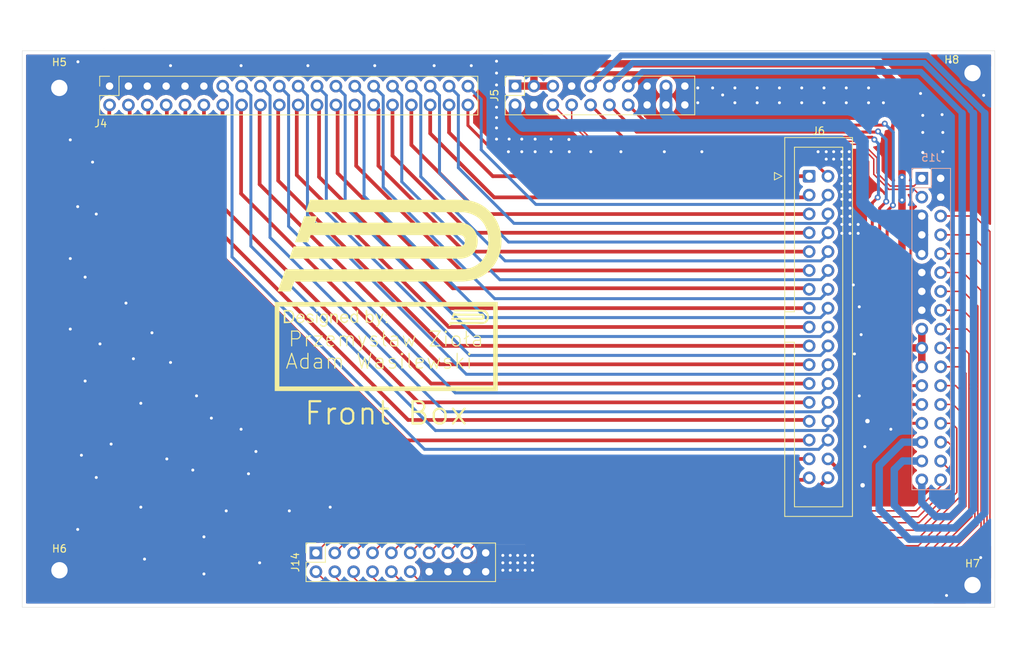
<source format=kicad_pcb>
(kicad_pcb (version 20211014) (generator pcbnew)
  (layers (0 "F.Cu" signal) (1 "In1.Cu" power) (2 "In2.Cu" power) (31 "B.Cu" signal) (34 "B.Paste" user) (35 "F.Paste" user) (36 "B.SilkS" user "B.Silkscreen") (37 "F.SilkS" user "F.Silkscreen") (38 "B.Mask" user) (39 "F.Mask" user) (44 "Edge.Cuts" user))
  (net 0 "")
  (net 1 "GND")
  (net 2 "+5V")
  (net 3 "/RST5")
  (net 4 "/CLK5")
  (net 5 "/SWD5")
  (net 6 "/RST4")
  (net 7 "/CLK4")
  (net 8 "/SWD4")
  (net 9 "/RST3")
  (net 10 "/CLK3")
  (net 11 "/SWD3")
  (net 12 "/RST2")
  (net 13 "/CLK2")
  (net 14 "/SWD2")
  (net 15 "/RST1")
  (net 16 "/CLK1")
  (net 17 "/SWD1")
  (net 18 "/SIG_APPS2")
  (net 19 "/SIG_APPS1")
  (net 20 "/KILL_LEWY")
  (net 21 "/KILL_PRAWY")
  (net 22 "/KILL_KIERA")
  (net 23 "/TEMP1")
  (net 24 "/WHEELSPEED2")
  (net 25 "/WHEELSPEED1")
  (net 26 "/POT_ZAWIAS2")
  (net 27 "/POT_ZAWIAS_1")
  (net 28 "/BRAKE_PRESSURE2")
  (net 29 "/BRAKE_PRESSURE1")
  (net 30 "/SAFE-OUT")
  (net 31 "/SAFE-IN")
  (net 32 "/BSPD-CURRENT")
  (net 33 "/+24F2")
  (net 34 "/WOLNY")
  (net 35 "/S36")
  (net 36 "/S27")
  (net 37 "/S25")
  (net 38 "/S23")
  (net 39 "/S21")
  (net 40 "/S19")
  (net 41 "/Z14")
  (net 42 "/Z13")
  (net 43 "/Z12")
  (net 44 "/Z11")
  (net 45 "/Z10")
  (net 46 "/Z9")
  (net 47 "/CAN-")
  (net 48 "/CAN+")
  (net 49 "/S15")
  (net 50 "/S17")
  (net 51 "/TIM_IN1")
  (net 52 "/TIM_IN0")
  (net 53 "/K_OUTPUT2")
  (net 54 "/OVERTRAVEL")
  (net 55 "/K_OUTPUT1")
  (net 56 "/INERTIA")
  (net 57 "/K_OUTPUT0")
  (net 58 "/K_ANALOG0")
  (net 59 "/PITOT2")
  (net 60 "/PITOT1")
  (footprint "User_footprints:PUTM_LOGO_35mm" (layer "F.Cu") (at 133.541747 87.419129)
    (fp_text reference "G***" hide)
    (fp_text value "LOGO" hide)
  )
  (footprint "Connector_PinSocket_2.54mm:PinSocket_2x10_P2.54mm_Vertical" (layer "F.Cu") (at 151.36 66.25 90)
    (fp_text reference "J5")
    (fp_text value "Zasilanie+CAN")
  )
  (footprint "Connector_PinSocket_2.54mm:PinSocket_2x10_P2.54mm_Vertical" (layer "F.Cu") (at 124.54 129.16 90)
    (fp_text reference "J14")
    (fp_text value "Diagnostyka")
  )
  (footprint "MountingHole:MountingHole_2.2mm_M2_DIN965_Pad" (layer "F.Cu") (at 90 66.5)
    (fp_text reference "H5")
    (fp_text value "MountingHole_Pad")
  )
  (footprint "MountingHole:MountingHole_2.2mm_M2_DIN965_Pad" (layer "F.Cu") (at 212.96 133.5)
    (fp_text reference "H7")
    (fp_text value "MountingHole_Pad")
  )
  (footprint "Connector_IDC:IDC-Header_2x17_P2.54mm_Vertical" (layer "F.Cu") (at 190.96 78.4)
    (fp_text reference "J6")
    (fp_text value "Taśma IDC dolna")
  )
  (footprint "User_footprints:SignatureBox30mm" (layer "F.Cu") (at 133.985 101.35)
    (fp_text reference "G***" hide)
    (fp_text value "LOGO" hide)
  )
  (footprint "MountingHole:MountingHole_2.2mm_M2_DIN965_Pad" (layer "F.Cu") (at 90 131.503)
    (fp_text reference "H6")
    (fp_text value "MountingHole_Pad")
  )
  (footprint "MountingHole:MountingHole_2.2mm_M2_DIN965_Pad" (layer "F.Cu") (at 212.96 64.5)
    (fp_text reference "H8")
    (fp_text value "MountingHole_Pad")
  )
  (footprint "Connector_PinSocket_2.54mm:PinSocket_2x20_P2.54mm_Vertical" (layer "F.Cu") (at 96.75 66.26 90)
    (fp_text reference "J4")
    (fp_text value "Sygnały")
  )
  (footprint "Connector_PinSocket_2.54mm:PinSocket_2x17_P2.54mm_Vertical" (layer "B.Cu") (at 206.13 78.68 180)
    (fp_text reference "J15")
    (fp_text value "sockety płytka pozioma")
  )
  (gr_line (start 215.96 136.5) (end 95.96 136.5) (layer "Edge.Cuts") (width 0.05))
  (gr_line (start 85 136.5) (end 85 61.5) (layer "Edge.Cuts") (width 0.05))
  (gr_line (start 85 136.5) (end 95.96 136.5) (layer "Edge.Cuts") (width 0.05))
  (gr_line (start 85 61.5) (end 95.96 61.5) (layer "Edge.Cuts") (width 0.05))
  (gr_line (start 215.96 61.5) (end 215.96 136.5) (layer "Edge.Cuts") (width 0.05))
  (gr_line (start 95.96 61.5) (end 215.96 61.5) (layer "Edge.Cuts") (width 0.05))
  (segment (start 169.14 66.25) (end 169.14 68.79) (width 1) (layer "F.Cu") (net 1))
  (segment (start 175.93452 70.82548) (end 179.31 67.45) (width 1) (layer "F.Cu") (net 1))
  (segment (start 169.14 68.79) (end 169.14 70.055) (width 1) (layer "F.Cu") (net 1))
  (segment (start 169.14 70.055) (end 169.91048 70.82548) (width 1) (layer "F.Cu") (net 1))
  (segment (start 169.91048 70.82548) (end 175.93452 70.82548) (width 1) (layer "F.Cu") (net 1))
  (segment (start 169.14 68.79) (end 169.14 69.03) (width 0.25) (layer "F.Cu") (net 1))
  (via (at 95.46 101) (size 0.8) (drill 0.4) (layers "F.Cu" "B.Cu") (net 1))
  (via (at 195.36 82.7) (size 0.8) (drill 0.4) (layers "F.Cu" "B.Cu") (net 1))
  (via (at 92.46 126) (size 0.8) (drill 0.4) (layers "F.Cu" "B.Cu") (net 1))
  (via (at 209.46 134.9) (size 0.8) (drill 0.4) (layers "F.Cu" "B.Cu") (net 1))
  (via (at 195.36 84.9) (size 0.8) (drill 0.4) (layers "F.Cu" "B.Cu") (net 1))
  (via (at 197.71 96) (size 0.8) (drill 0.4) (layers "F.Cu" "B.Cu") (net 1))
  (via (at 195.96 68.5) (size 0.8) (drill 0.4) (layers "F.Cu" "B.Cu") (net 1))
  (via (at 154.06 75.1) (size 0.8) (drill 0.4) (layers "F.Cu" "B.Cu") (net 1))
  (via (at 183.96 68.5) (size 0.8) (drill 0.4) (layers "F.Cu" "B.Cu") (net 1))
  (via (at 196.46 84.9) (size 0.8) (drill 0.4) (layers "F.Cu" "B.Cu") (net 1))
  (via (at 153.71 130.5) (size 0.8) (drill 0.4) (layers "F.Cu" "B.Cu") (net 1))
  (via (at 116.46 115.5) (size 0.8) (drill 0.4) (layers "F.Cu" "B.Cu") (net 1))
  (via (at 195.36 77.2) (size 0.8) (drill 0.4) (layers "F.Cu" "B.Cu") (net 1))
  (via (at 192.96 66.5) (size 0.8) (drill 0.4) (layers "F.Cu" "B.Cu") (net 1))
  (via (at 192.96 68.5) (size 0.8) (drill 0.4) (layers "F.Cu" "B.Cu") (net 1))
  (via (at 150.56 73.4) (size 0.8) (drill 0.4) (layers "F.Cu" "B.Cu") (net 1))
  (via (at 94.96 83.5) (size 0.8) (drill 0.4) (layers "F.Cu" "B.Cu") (net 1))
  (via (at 153.71 129.5) (size 0.8) (drill 0.4) (layers "F.Cu" "B.Cu") (net 1))
  (via (at 193.26 76.1) (size 0.8) (drill 0.4) (layers "F.Cu" "B.Cu") (net 1))
  (via (at 165.61 75.1) (size 0.8) (drill 0.4) (layers "F.Cu" "B.Cu") (net 1))
  (via (at 156.21 75.1) (size 0.8) (drill 0.4) (layers "F.Cu" "B.Cu") (net 1))
  (via (at 196.36 77.2) (size 0.8) (drill 0.4) (layers "F.Cu" "B.Cu") (net 1))
  (via (at 189.96 66.5) (size 0.8) (drill 0.4) (layers "F.Cu" "B.Cu") (net 1))
  (via (at 201.96 112.5) (size 0.8) (drill 0.4) (layers "F.Cu" "B.Cu") (net 1))
  (via (at 148.86 71.9) (size 0.8) (drill 0.4) (layers "F.Cu" "B.Cu") (net 1))
  (via (at 152.71 129.5) (size 0.8) (drill 0.4) (layers "F.Cu" "B.Cu") (net 1))
  (via (at 180.96 66.5) (size 0.8) (drill 0.4) (layers "F.Cu" "B.Cu") (net 1))
  (via (at 153.71 131.5) (size 0.8) (drill 0.4) (layers "F.Cu" "B.Cu") (net 1))
  (via (at 200.96 68.5) (size 0.8) (drill 0.4) (layers "F.Cu" "B.Cu") (net 1))
  (via (at 102.46 99.5) (size 0.8) (drill 0.4) (layers "F.Cu" "B.Cu") (net 1))
  (via (at 148.86 64.5) (size 0.8) (drill 0.4) (layers "F.Cu" "B.Cu") (net 1))
  (via (at 108.46 108) (size 0.8) (drill 0.4) (layers "F.Cu" "B.Cu") (net 1))
  (via (at 110.46 111) (size 0.8) (drill 0.4) (layers "F.Cu" "B.Cu") (net 1))
  (via (at 198.46 114.85) (size 0.8) (drill 0.4) (layers "F.Cu" "B.Cu") (net 1))
  (via (at 150.71 130.5) (size 0.8) (drill 0.4) (layers "F.Cu" "B.Cu") (net 1))
  (via (at 197.56 86.1) (size 0.8) (drill 0.4) (layers "F.Cu" "B.Cu") (net 1))
  (via (at 180.96 68.5) (size 0.8) (drill 0.4) (layers "F.Cu" "B.Cu") (net 1))
  (via (at 192.16 75.1) (size 0.8) (drill 0.4) (layers "F.Cu" "B.Cu") (net 1))
  (via (at 91.46 89.5) (size 0.8) (drill 0.4) (layers "F.Cu" "B.Cu") (net 1))
  (via (at 196.46 78.3) (size 0.8) (drill 0.4) (layers "F.Cu" "B.Cu") (net 1))
  (via (at 176.51 75.1) (size 0.8) (drill 0.4) (layers "F.Cu" "B.Cu") (net 1))
  (via (at 156.21 73.4) (size 0.8) (drill 0.4) (layers "F.Cu" "B.Cu") (net 1))
  (via (at 196.36 75.1) (size 0.8) (drill 0.4) (layers "F.Cu" "B.Cu") (net 1))
  (via (at 114.46 112.5) (size 0.8) (drill 0.4) (layers "F.Cu" "B.Cu") (net 1))
  (via (at 101.46 130) (size 0.8) (drill 0.4) (layers "F.Cu" "B.Cu") (net 1))
  (via (at 151.71 131.5) (size 0.8) (drill 0.4) (layers "F.Cu" "B.Cu") (net 1))
  (via (at 148.86 70.5) (size 0.8) (drill 0.4) (layers "F.Cu" "B.Cu") (net 1))
  (via (at 196.46 81.6) (size 0.8) (drill 0.4) (layers "F.Cu" "B.Cu") (net 1))
  (via (at 206.26 75.2) (size 0.8) (drill 0.4) (layers "F.Cu" "B.Cu") (net 1))
  (via (at 179.31 67.45) (size 0.8) (drill 0.4) (layers "F.Cu" "B.Cu") (net 1))
  (via (at 186.96 68.5) (size 0.8) (drill 0.4) (layers "F.Cu" "B.Cu") (net 1))
  (via (at 197.71 108) (size 0.8) (drill 0.4) (layers "F.Cu" "B.Cu") (net 1))
  (via (at 93.46 106) (size 0.8) (drill 0.4) (layers "F.Cu" "B.Cu") (net 1))
  (via (at 193.26 75.1) (size 0.8) (drill 0.4) (layers "F.Cu" "B.Cu") (net 1))
  (via (at 194.26 76.1) (size 0.8) (drill 0.4) (layers "F.Cu" "B.Cu") (net 1))
  (via (at 197.06 102.35) (size 0.8) (drill 0.4) (layers "F.Cu" "B.Cu") (net 1))
  (via (at 152.71 130.5) (size 0.8) (drill 0.4) (layers "F.Cu" "B.Cu") (net 1))
  (via (at 195.36 76.1) (size 0.8) (drill 0.4) (layers "F.Cu" "B.Cu") (net 1))
  (via (at 198.96 66.5) (size 0.8) (drill 0.4) (layers "F.Cu" "B.Cu") (net 1))
  (via (at 150.71 129.5) (size 0.8) (drill 0.4) (layers "F.Cu" "B.Cu") (net 1))
  (via (at 195.96 66.5) (size 0.8) (drill 0.4) (layers "F.Cu" "B.Cu") (net 1))
  (via (at 197.96 99.75) (size 0.8) (drill 0.4) (layers "F.Cu" "B.Cu") (net 1))
  (via (at 208.86 70.1) (size 0.8) (drill 0.4) (layers "F.Cu" "B.Cu") (net 1))
  (via (at 92.96 116) (size 0.8) (drill 0.4) (layers "F.Cu" "B.Cu") (net 1))
  (via (at 198.96 68.5) (size 0.8) (drill 0.4) (layers "F.Cu" "B.Cu") (net 1))
  (via (at 120.96 123.5) (size 0.8) (drill 0.4) (layers "F.Cu" "B.Cu") (net 1))
  (via (at 194.26 75.1) (size 0.8) (drill 0.4) (layers "F.Cu" "B.Cu") (net 1))
  (via (at 195.36 86.1) (size 0.8) (drill 0.4) (layers "F.Cu" "B.Cu") (net 1))
  (via (at 205.96 67.25) (size 0.8) (drill 0.4) (layers "F.Cu" "B.Cu") (net 1))
  (via (at 100.96 109) (size 0.8) (drill 0.4) (layers "F.Cu" "B.Cu") (net 1))
  (via (at 150.71 131.5) (size 0.8) (drill 0.4) (layers "F.Cu" "B.Cu") (net 1))
  (via (at 96.96 114.5) (size 0.8) (drill 0.4) (layers "F.Cu" "B.Cu") (net 1))
  (via (at 198.16 120.05) (size 1) (drill 0.6) (layers "F.Cu" "B.Cu") (net 1))
  (via (at 195.36 80.5) (size 0.8) (drill 0.4) (layers "F.Cu" "B.Cu") (net 1))
  (via (at 92.49 62.977) (size 0.8) (drill 0.4) (layers "F.Cu" "B.Cu") (net 1))
  (via (at 93.46 92) (size 0.8) (drill 0.4) (layers "F.Cu" "B.Cu") (net 1))
  (via (at 206.26 70.2) (size 0.8) (drill 0.4) (layers "F.Cu" "B.Cu") (net 1))
  (via (at 152.26 75.1) (size 0.8) (drill 0.4) (layers "F.Cu" "B.Cu") (net 1))
  (via (at 115.46 118.5) (size 0.8) (drill 0.4) (layers "F.Cu" "B.Cu") (net 1))
  (via (at 197.56 84.9) (size 0.8) (drill 0.4) (layers "F.Cu" "B.Cu") (net 1))
  (via (at 196.46 79.4) (size 0.8) (drill 0.4) (layers "F.Cu" "B.Cu") (net 1))
  (via (at 195.36 81.5) (size 0.8) (drill 0.4) (layers "F.Cu" "B.Cu") (net 1))
  (via (at 107.96 118) (size 0.8) (drill 0.4) (layers "F.Cu" "B.Cu") (net 1))
  (via (at 195.36 78.3) (size 0.8) (drill 0.4) (layers "F.Cu" "B.Cu") (net 1))
  (via (at 150.46 75.1) (size 0.8) (drill 0.4) (layers "F.Cu" "B.Cu") (net 1))
  (via (at 151.71 129.5) (size 0.8) (drill 0.4) (layers "F.Cu" "B.Cu") (net 1))
  (via (at 208.96 75.1) (size 0.8) (drill 0.4) (layers "F.Cu" "B.Cu") (net 1))
  (via (at 196.46 83.8) (size 0.8) (drill 0.4) (layers "F.Cu" "B.Cu") (net 1))
  (via (at 196.46 86.1) (size 0.8) (drill 0.4) (layers "F.Cu" "B.Cu") (net 1))
  (via (at 208.96 72.5) (size 0.8) (drill 0.4) (layers "F.Cu" "B.Cu") (net 1))
  (via (at 140.46 63.5) (size 0.8) (drill 0.4) (layers "F.Cu" "B.Cu") (net 1))
  (via (at 116.96 130.5) (size 0.8) (drill 0.4) (layers "F.Cu" "B.Cu") (net 1))
  (via (at 195.36 75.1) (size 0.8) (drill 0.4) (layers "F.Cu" "B.Cu") (net 1))
  (via (at 175.96 68.5) (size 0.8) (drill 0.4) (layers "F.Cu" "B.Cu") (net 1))
  (via (at 175.96 66.5) (size 0.8) (drill 0.4) (layers "F.Cu" "B.Cu") (net 1))
  (via (at 109.46 127) (size 0.8) (drill 0.4) (layers "F.Cu" "B.Cu") (net 1))
  (via (at 189.96 68.5) (size 0.8) (drill 0.4) (layers "F.Cu" "B.Cu") (net 1))
  (via (at 198.81 111.4) (size 1) (drill 0.6) (layers "F.Cu" "B.Cu") (net 1))
  (via (at 196.46 82.7) (size 0.8) (drill 0.4) (layers "F.Cu" "B.Cu") (net 1))
  (via (at 154.06 73.4) (size 0.8) (drill 0.4) (layers "F.Cu" "B.Cu") (net 1))
  (via (at 151.71 130.5) (size 0.8) (drill 0.4) (layers "F.Cu" "B.Cu") (net 1))
  (via (at 196.36 76.1) (size 0.8) (drill 0.4) (layers "F.Cu" "B.Cu") (net 1))
  (via (at 148.86 62.9) (size 0.8) (drill 0.4) (layers "F.Cu" "B.Cu") (net 1))
  (via (at 171.46 75.1) (size 0.8) (drill 0.4) (layers "F.Cu" "B.Cu") (net 1))
  (via (at 114.46 63.5) (size 0.8) (drill 0.4) (layers "F.Cu" "B.Cu") (net 1))
  (via (at 149.71 129.5) (size 0.8) (drill 0.4) (layers "F.Cu" "B.Cu") (net 1))
  (via (at 196.46 80.5) (size 0.8) (drill 0.4) (layers "F.Cu" "B.Cu") (net 1))
  (via (at 196.91 93.05) (size 0.8) (drill 0.4) (layers "F.Cu" "B.Cu") (net 1))
  (via (at 92.46 82.5) (size 0.8) (drill 0.4) (layers "F.Cu" "B.Cu") (net 1))
  (via (at 149.71 130.5) (size 0.8) (drill 0.4) (layers "F.Cu" "B.Cu") (net 1))
  (via (at 148.86 73.4) (size 0.8) (drill 0.4) (layers "F.Cu" "B.Cu") (net 1))
  (via (at 123.46 63.5) (size 0.8) (drill 0.4) (layers "F.Cu" "B.Cu") (net 1))
  (via (at 132.46 63.5) (size 0.8) (drill 0.4) (layers "F.Cu" "B.Cu") (net 1))
  (via (at 158.66 75.1) (size 0.8) (drill 0.4) (layers "F.Cu" "B.Cu") (net 1))
  (via (at 148.86 69.1) (size 0.8) (drill 0.4) (layers "F.Cu" "B.Cu") (net 1))
  (via (at 214.06 129.8) (size 0.8) (drill 0.4) (layers "F.Cu" "B.Cu") (net 1))
  (via (at 100.96 123) (size 0.8) (drill 0.4) (layers "F.Cu" "B.Cu") (net 1))
  (via (at 149.71 131.5) (size 0.8) (drill 0.4) (layers "F.Cu" "B.Cu") (net 1))
  (via (at 145.46 63.5) (size 0.8) (drill 0.4) (layers "F.Cu" "B.Cu") (net 1))
  (via (at 161.56 75.1) (size 0.8) (drill 0.4) (layers "F.Cu" "B.Cu") (net 1))
  (via (at 112.46 123.5) (size 0.8) (drill 0.4) (layers "F.Cu" "B.Cu") (net 1))
  (via (at 104.96 63.5) (size 0.8) (drill 0.4) (layers "F.Cu" "B.Cu") (net 1))
  (via (at 94.46 76.5) (size 0.8) (drill 0.4) (layers "F.Cu" "B.Cu") (net 1))
  (via (at 214.46 67.5) (size 0.8) (drill 0.4) (layers "F.Cu" "B.Cu") (net 1))
  (via (at 152.71 131.5) (size 0.8) (drill 0.4) (layers "F.Cu" "B.Cu") (net 1))
  (via (at 91.46 99) (size 0.8) (drill 0.4) (layers "F.Cu" "B.Cu") (net 1))
  (via (at 94.96 119) (size 0.8) (drill 0.4) (layers "F.Cu" "B.Cu") (net 1))
  (via (at 186.96 66.5) (size 0.8) (drill 0.4) (layers "F.Cu" "B.Cu") (net 1))
  (via (at 109.46 132) (size 0.8) (drill 0.4) (layers "F.Cu" "B.Cu") (net 1))
  (via (at 148.86 66.1) (size 0.8) (drill 0.4) (layers "F.Cu" "B.Cu") (net 1))
  (via (at 209.96 63) (size 0.8) (drill 0.4) (layers "F.Cu" "B.Cu") (net 1))
  (via (at 104.96 103.5) (size 0.8) (drill 0.4) (layers "F.Cu" "B.Cu") (net 1))
  (via (at 98.96 95.5) (size 0.8) (drill 0.4) (layers "F.Cu" "B.Cu") (net 1))
  (via (at 152.26 73.4) (size 0.8) (drill 0.4) (layers "F.Cu" "B.Cu") (net 1))
  (via (at 126.46 123) (size 0.8) (drill 0.4) (layers "F.Cu" "B.Cu") (net 1))
  (via (at 158.61 73.45) (size 0.8) (drill 0.4) (layers "F.Cu" "B.Cu") (net 1))
  (via (at 195.36 83.8) (size 0.8) (drill 0.4) (layers "F.Cu" "B.Cu") (net 1))
  (via (at 91.46 73.5) (size 0.8) (drill 0.4) (layers "F.Cu" "B.Cu") (net 1))
  (via (at 99.96 103) (size 0.8) (drill 0.4) (layers "F.Cu" "B.Cu") (net 1))
  (via (at 177.96 66.5) (size 0.8) (drill 0.4) (layers "F.Cu" "B.Cu") (net 1))
  (via (at 195.36 79.4) (size 0.8) (drill 0.4) (layers "F.Cu" "B.Cu") (net 1))
  (via (at 183.96 66.5) (size 0.8) (drill 0.4) (layers "F.Cu" "B.Cu") (net 1))
  (via (at 206.26 72.5) (size 0.8) (drill 0.4) (layers "F.Cu" "B.Cu") (net 1))
  (via (at 104.46 116.5) (size 0.8) (drill 0.4) (layers "F.Cu" "B.Cu") (net 1))
  (segment (start 198.21 120.1) (end 198.16 120.05) (width 0.2) (layer "B.Cu") (net 1))
  (segment (start 198.16 125.05) (end 198.16 120.05) (width 0.25) (layer "B.Cu") (net 1))
  (segment (start 206.006 96.336) (end 206.13 96.46) (width 1) (layer "B.Cu") (net 1))
  (segment (start 192.71 130.5) (end 198.16 125.05) (width 0.25) (layer "B.Cu") (net 1))
  (segment (start 206.006 91.256) (end 206.13 91.38) (width 1) (layer "B.Cu") (net 1))
  (segment (start 150.96 130.5) (end 192.71 130.5) (width 0.25) (layer "B.Cu") (net 1))
  (segment (start 206.13 86.3) (end 206.13 83.76) (width 1.7) (layer "B.Cu") (net 2))
  (segment (start 171.68 66.25) (end 171.68 68.79) (width 1.7) (layer "B.Cu") (net 2))
  (segment (start 151.36 70.432846) (end 152.477154 71.55) (width 1.7) (layer "B.Cu") (net 2))
  (segment (start 171.68 68.79) (end 171.68 69.92) (width 1.7) (layer "B.Cu") (net 2))
  (segment (start 152.477154 71.55) (end 173.31 71.55) (width 1.7) (layer "B.Cu") (net 2))
  (segment (start 171.68 69.92) (end 173.31 71.55) (width 1.7) (layer "B.Cu") (net 2))
  (segment (start 196 71.55) (end 173.31 71.55) (width 1.7) (layer "B.Cu") (net 2))
  (segment (start 198.14 82.03) (end 198.14 73.69) (width 1.7) (layer "B.Cu") (net 2))
  (segment (start 151.36 68.79) (end 151.36 70.432846) (width 1.7) (layer "B.Cu") (net 2))
  (segment (start 199.87 83.76) (end 198.14 82.03) (width 1.7) (layer "B.Cu") (net 2))
  (segment (start 206.13 83.76) (end 199.87 83.76) (width 1.7) (layer "B.Cu") (net 2))
  (segment (start 206.13 88.84) (end 206.13 86.3) (width 1.7) (layer "B.Cu") (net 2))
  (segment (start 198.14 73.69) (end 196 71.55) (width 1.7) (layer "B.Cu") (net 2))
  (segment (start 137.24 131.7) (end 139.04 133.5) (width 0.2) (layer "F.Cu") (net 3))
  (segment (start 139.04 133.5) (end 154.26 133.5) (width 0.2) (layer "F.Cu") (net 3))
  (segment (start 211.692 96.46) (end 208.67 96.46) (width 0.2) (layer "F.Cu") (net 3))
  (segment (start 156.06 131.7) (end 206.46 131.7) (width 0.2) (layer "F.Cu") (net 3))
  (segment (start 154.26 133.5) (end 156.06 131.7) (width 0.2) (layer "F.Cu") (net 3))
  (segment (start 206.46 131.7) (end 213.27603 124.88397) (width 0.2) (layer "F.Cu") (net 3))
  (segment (start 213.27603 124.88397) (end 213.27603 98.04403) (width 0.2) (layer "F.Cu") (net 3))
  (segment (start 213.27603 98.04403) (end 211.692 96.46) (width 0.2) (layer "F.Cu") (net 3))
  (segment (start 156.36 132.6) (end 155.060481 133.899519) (width 0.2) (layer "F.Cu") (net 4))
  (segment (start 136.899519 133.899519) (end 134.7 131.7) (width 0.2) (layer "F.Cu") (net 4))
  (segment (start 211.692 93.92) (end 213.67604 95.90404) (width 0.2) (layer "F.Cu") (net 4))
  (segment (start 213.67604 95.90404) (end 213.67604 125.38396) (width 0.2) (layer "F.Cu") (net 4))
  (segment (start 213.67604 125.38396) (end 206.46 132.6) (width 0.2) (layer "F.Cu") (net 4))
  (segment (start 206.46 132.6) (end 156.36 132.6) (width 0.2) (layer "F.Cu") (net 4))
  (segment (start 155.060481 133.899519) (end 136.899519 133.899519) (width 0.2) (layer "F.Cu") (net 4))
  (segment (start 208.67 93.92) (end 211.692 93.92) (width 0.2) (layer "F.Cu") (net 4))
  (segment (start 214.108 93.796) (end 214.108 125.752) (width 0.2) (layer "F.Cu") (net 5))
  (segment (start 134.059039 134.299039) (end 132.16 132.4) (width 0.2) (layer "F.Cu") (net 5))
  (segment (start 206.46 133.4) (end 156.66 133.4) (width 0.2) (layer "F.Cu") (net 5))
  (segment (start 208.67 91.38) (end 211.692 91.38) (width 0.2) (layer "F.Cu") (net 5))
  (segment (start 214.108 125.752) (end 206.46 133.4) (width 0.2) (layer "F.Cu") (net 5))
  (segment (start 156.66 133.4) (end 155.760961 134.299039) (width 0.2) (layer "F.Cu") (net 5))
  (segment (start 155.760961 134.299039) (end 134.059039 134.299039) (width 0.2) (layer "F.Cu") (net 5))
  (segment (start 211.692 91.38) (end 214.108 93.796) (width 0.2) (layer "F.Cu") (net 5))
  (segment (start 132.16 132.4) (end 132.16 131.7) (width 0.2) (layer "F.Cu") (net 5))
  (segment (start 206.41 134.3) (end 156.96 134.3) (width 0.2) (layer "F.Cu") (net 6))
  (segment (start 214.50801 90.64001) (end 214.50801 126.20199) (width 0.2) (layer "F.Cu") (net 6))
  (segment (start 129.62 132.46) (end 129.62 131.7) (width 0.2) (layer "F.Cu") (net 6))
  (segment (start 156.96 134.3) (end 156.561441 134.698559) (width 0.2) (layer "F.Cu") (net 6))
  (segment (start 208.67 88.84) (end 212.708 88.84) (width 0.2) (layer "F.Cu") (net 6))
  (segment (start 131.858559 134.698559) (end 129.62 132.46) (width 0.2) (layer "F.Cu") (net 6))
  (segment (start 156.561441 134.698559) (end 131.858559 134.698559) (width 0.2) (layer "F.Cu") (net 6))
  (segment (start 214.50801 126.20199) (end 206.41 134.3) (width 0.2) (layer "F.Cu") (net 6))
  (segment (start 212.708 88.84) (end 214.50801 90.64001) (width 0.2) (layer "F.Cu") (net 6))
  (segment (start 206.46 135.1) (end 157.16 135.1) (width 0.2) (layer "F.Cu") (net 7))
  (segment (start 208.67 86.3) (end 212.708 86.3) (width 0.2) (layer "F.Cu") (net 7))
  (segment (start 130.16 135.4) (end 127.08 132.32) (width 0.2) (layer "F.Cu") (net 7))
  (segment (start 156.86 135.4) (end 130.16 135.4) (width 0.2) (layer "F.Cu") (net 7))
  (segment (start 127.08 132.32) (end 127.08 131.7) (width 0.2) (layer "F.Cu") (net 7))
  (segment (start 214.90802 88.50002) (end 214.90802 126.65198) (width 0.2) (layer "F.Cu") (net 7))
  (segment (start 157.16 135.1) (end 156.86 135.4) (width 0.2) (layer "F.Cu") (net 7))
  (segment (start 214.90802 126.65198) (end 206.46 135.1) (width 0.2) (layer "F.Cu") (net 7))
  (segment (start 212.708 86.3) (end 214.90802 88.50002) (width 0.2) (layer "F.Cu") (net 7))
  (segment (start 213.216 83.76) (end 215.30803 85.85203) (width 0.2) (layer "F.Cu") (net 8))
  (segment (start 215.30803 85.85203) (end 215.30803 127.25197) (width 0.2) (layer "F.Cu") (net 8))
  (segment (start 215.30803 127.25197) (end 206.76 135.8) (width 0.2) (layer "F.Cu") (net 8))
  (segment (start 128.64 135.8) (end 124.54 131.7) (width 0.2) (layer "F.Cu") (net 8))
  (segment (start 208.67 83.76) (end 213.216 83.76) (width 0.2) (layer "F.Cu") (net 8))
  (segment (start 206.76 135.8) (end 128.64 135.8) (width 0.2) (layer "F.Cu") (net 8))
  (segment (start 146.32 127.7) (end 153.06 127.7) (width 0.2) (layer "F.Cu") (net 9))
  (segment (start 144.86 129.16) (end 146.32 127.7) (width 0.2) (layer "F.Cu") (net 9))
  (segment (start 206.36 130.8) (end 212.87602 124.28398) (width 0.2) (layer "F.Cu") (net 9))
  (segment (start 212.87602 124.28398) (end 212.87602 99.67602) (width 0.2) (layer "F.Cu") (net 9))
  (segment (start 153.06 127.7) (end 156.16 130.8) (width 0.2) (layer "F.Cu") (net 9))
  (segment (start 156.16 130.8) (end 206.36 130.8) (width 0.2) (layer "F.Cu") (net 9))
  (segment (start 212.2 99) (end 208.67 99) (width 0.2) (layer "F.Cu") (net 9))
  (segment (start 212.87602 99.67602) (end 212.2 99) (width 0.2) (layer "F.Cu") (net 9))
  (segment (start 153.46 127.2) (end 144.28 127.2) (width 0.2) (layer "F.Cu") (net 10))
  (segment (start 212.47601 123.68399) (end 206.16 130) (width 0.2) (layer "F.Cu") (net 10))
  (segment (start 211.692 101.54) (end 212.47601 102.32401) (width 0.2) (layer "F.Cu") (net 10))
  (segment (start 208.67 101.54) (end 211.692 101.54) (width 0.2) (layer "F.Cu") (net 10))
  (segment (start 144.28 127.2) (end 142.32 129.16) (width 0.2) (layer "F.Cu") (net 10))
  (segment (start 156.26 130) (end 153.46 127.2) (width 0.2) (layer "F.Cu") (net 10))
  (segment (start 212.47601 102.32401) (end 212.47601 123.68399) (width 0.2) (layer "F.Cu") (net 10))
  (segment (start 206.16 130) (end 156.26 130) (width 0.2) (layer "F.Cu") (net 10))
  (segment (start 153.86 126.6) (end 156.36 129.1) (width 0.2) (layer "F.Cu") (net 11))
  (segment (start 212.076 104.972) (end 211.184 104.08) (width 0.2) (layer "F.Cu") (net 11))
  (segment (start 205.86 129.1) (end 212.076 122.884) (width 0.2) (layer "F.Cu") (net 11))
  (segment (start 156.36 129.1) (end 205.86 129.1) (width 0.2) (layer "F.Cu") (net 11))
  (segment (start 142.34 126.6) (end 153.86 126.6) (width 0.2) (layer "F.Cu") (net 11))
  (segment (start 212.076 122.884) (end 212.076 104.972) (width 0.2) (layer "F.Cu") (net 11))
  (segment (start 211.184 104.08) (end 208.67 104.08) (width 0.2) (layer "F.Cu") (net 11))
  (segment (start 139.78 129.16) (end 142.34 126.6) (width 0.2) (layer "F.Cu") (net 11))
  (segment (start 208.67 106.62) (end 210.676 106.62) (width 0.2) (layer "F.Cu") (net 12))
  (segment (start 156.56 128.2) (end 154.36 126) (width 0.2) (layer "F.Cu") (net 12))
  (segment (start 140.4 126) (end 137.24 129.16) (width 0.2) (layer "F.Cu") (net 12))
  (segment (start 210.676 106.62) (end 211.64404 107.58804) (width 0.2) (layer "F.Cu") (net 12))
  (segment (start 205.66 128.2) (end 156.56 128.2) (width 0.2) (layer "F.Cu") (net 12))
  (segment (start 211.64404 122.21596) (end 205.66 128.2) (width 0.2) (layer "F.Cu") (net 12))
  (segment (start 211.64404 107.58804) (end 211.64404 122.21596) (width 0.2) (layer "F.Cu") (net 12))
  (segment (start 154.36 126) (end 140.4 126) (width 0.2) (layer "F.Cu") (net 12))
  (segment (start 154.96 125.4) (end 138.46 125.4) (width 0.2) (layer "F.Cu") (net 13))
  (segment (start 211.24403 110.052) (end 211.24403 121.61597) (width 0.2) (layer "F.Cu") (net 13))
  (segment (start 156.66 127.1) (end 154.96 125.4) (width 0.2) (layer "F.Cu") (net 13))
  (segment (start 210.35203 109.16) (end 211.24403 110.052) (width 0.2) (layer "F.Cu") (net 13))
  (segment (start 138.46 125.4) (end 134.7 129.16) (width 0.2) (layer "F.Cu") (net 13))
  (segment (start 208.67 109.16) (end 210.35203 109.16) (width 0.2) (layer "F.Cu") (net 13))
  (segment (start 211.24403 121.61597) (end 205.76 127.1) (width 0.2) (layer "F.Cu") (net 13))
  (segment (start 205.76 127.1) (end 156.66 127.1) (width 0.2) (layer "F.Cu") (net 13))
  (segment (start 210.168 111.7) (end 210.84402 112.37602) (width 0.2) (layer "F.Cu") (net 14))
  (segment (start 210.84402 121.01598) (end 205.76 126.1) (width 0.2) (layer "F.Cu") (net 14))
  (segment (start 155.660481 125.000481) (end 136.319519 125.000481) (width 0.2) (layer "F.Cu") (net 14))
  (segment (start 205.76 126.1) (end 156.76 126.1) (width 0.2) (layer "F.Cu") (net 14))
  (segment (start 208.67 111.7) (end 210.168 111.7) (width 0.2) (layer "F.Cu") (net 14))
  (segment (start 156.76 126.1) (end 155.660481 125.000481) (width 0.2) (layer "F.Cu") (net 14))
  (segment (start 136.319519 125.000481) (end 132.16 129.16) (width 0.2) (layer "F.Cu") (net 14))
  (segment (start 210.84402 112.37602) (end 210.84402 121.01598) (width 0.2) (layer "F.Cu") (net 14))
  (segment (start 205.76 125.1) (end 157.06 125.1) (width 0.2) (layer "F.Cu") (net 15))
  (segment (start 209.66 114.24) (end 210.44401 115.02401) (width 0.2) (layer "F.Cu") (net 15))
  (segment (start 157.06 125.1) (end 156.46 124.5) (width 0.2) (layer "F.Cu") (net 15))
  (segment (start 156.46 124.5) (end 134.28 124.5) (width 0.2) (layer "F.Cu") (net 15))
  (segment (start 134.28 124.5) (end 129.62 129.16) (width 0.2) (layer "F.Cu") (net 15))
  (segment (start 208.67 114.24) (end 209.66 114.24) (width 0.2) (layer "F.Cu") (net 15))
  (segment (start 210.44401 115.02401) (end 210.44401 120.41599) (width 0.2) (layer "F.Cu") (net 15))
  (segment (start 210.44401 120.41599) (end 205.76 125.1) (width 0.2) (layer "F.Cu") (net 15))
  (segment (start 210.044 118.154) (end 210.044 119.916) (width 0.2) (layer "F.Cu") (net 16))
  (segment (start 210.044 119.916) (end 205.66 124.3) (width 0.2) (layer "F.Cu") (net 16))
  (segment (start 205.66 124.3) (end 157.56 124.3) (width 0.2) (layer "F.Cu") (net 16))
  (segment (start 132.13952 124.10048) (end 127.08 129.16) (width 0.2) (layer "F.Cu") (net 16))
  (segment (start 208.67 116.78) (end 210.044 118.154) (width 0.2) (layer "F.Cu") (net 16))
  (segment (start 157.35952 124.10048) (end 132.13952 124.10048) (width 0.2) (layer "F.Cu") (net 16))
  (segment (start 157.36 124.1) (end 157.35952 124.10048) (width 0.2) (layer "F.Cu") (net 16))
  (segment (start 157.56 124.3) (end 157.36 124.1) (width 0.2) (layer "F.Cu") (net 16))
  (segment (start 208.67 119.32) (end 208.67 120.19) (width 0.2) (layer "F.Cu") (net 17))
  (segment (start 208.67 120.19) (end 205.36 123.5) (width 0.2) (layer "F.Cu") (net 17))
  (segment (start 130.2 123.5) (end 124.54 129.16) (width 0.2) (layer "F.Cu") (net 17))
  (segment (start 205.36 123.5) (end 130.2 123.5) (width 0.2) (layer "F.Cu") (net 17))
  (segment (start 145.01 71.55) (end 145.01 68.8) (width 0.4) (layer "F.Cu") (net 18))
  (segment (start 193.5 78.4) (end 191.299511 76.199511) (width 0.4) (layer "F.Cu") (net 18))
  (segment (start 191.299511 76.199511) (end 149.659511 76.199511) (width 0.4) (layer "F.Cu") (net 18))
  (segment (start 149.659511 76.199511) (end 145.01 71.55) (width 0.4) (layer "F.Cu") (net 18))
  (segment (start 148.36 78.4) (end 142.47 72.51) (width 0.5) (layer "F.Cu") (net 19))
  (segment (start 142.47 72.51) (end 142.47 68.8) (width 0.5) (layer "F.Cu") (net 19))
  (segment (start 190.96 78.4) (end 148.36 78.4) (width 0.5) (layer "F.Cu") (net 19))
  (segment (start 132.31 68.8) (end 132.96 69.45) (width 0.5) (layer "F.Cu") (net 20))
  (segment (start 132.96 69.45) (end 132.96 77) (width 0.5) (layer "F.Cu") (net 20))
  (segment (start 144.52 88.56) (end 190.96 88.56) (width 0.5) (layer "F.Cu") (net 20))
  (segment (start 132.96 77) (end 144.52 88.56) (width 0.5) (layer "F.Cu") (net 20))
  (segment (start 190.96 91.1) (end 144.06 91.1) (width 0.5) (layer "F.Cu") (net 21))
  (segment (start 129.96 77) (end 129.96 68.99) (width 0.5) (layer "F.Cu") (net 21))
  (segment (start 144.06 91.1) (end 129.96 77) (width 0.5) (layer "F.Cu") (net 21))
  (segment (start 129.96 68.99) (end 129.77 68.8) (width 0.5) (layer "F.Cu") (net 21))
  (segment (start 142.96 93.5) (end 127.46 78) (width 0.5) (layer "F.Cu") (net 22))
  (segment (start 127.46 69.03) (end 127.23 68.8) (width 0.5) (layer "F.Cu") (net 22))
  (segment (start 190.96 93.64) (end 190.82 93.5) (width 0.5) (layer "F.Cu") (net 22))
  (segment (start 190.82 93.5) (end 142.96 93.5) (width 0.5) (layer "F.Cu") (net 22))
  (segment (start 127.46 78) (end 127.46 69.03) (width 0.5) (layer "F.Cu") (net 22))
  (segment (start 142.64 96.18) (end 124.96 78.5) (width 0.5) (layer "F.Cu") (net 23))
  (segment (start 190.96 96.18) (end 142.64 96.18) (width 0.5) (layer "F.Cu") (net 23))
  (segment (start 124.96 69.07) (end 124.69 68.8) (width 0.5) (layer "F.Cu") (net 23))
  (segment (start 124.96 78.5) (end 124.96 69.07) (width 0.5) (layer "F.Cu") (net 23))
  (segment (start 121.96 68.99) (end 122.15 68.8) (width 0.5) (layer "F.Cu") (net 24))
  (segment (start 190.96 98.72) (end 142.43 98.72) (width 0.5) (layer "F.Cu") (net 24))
  (segment (start 121.96 78.25) (end 121.96 68.99) (width 0.5) (layer "F.Cu") (net 24))
  (segment (start 142.43 98.72) (end 121.96 78.25) (width 0.5) (layer "F.Cu") (net 24))
  (segment (start 119.46 68.95) (end 119.61 68.8) (width 0.5) (layer "F.Cu") (net 25))
  (segment (start 119.46 79) (end 119.46 68.95) (width 0.5) (layer "F.Cu") (net 25))
  (segment (start 141.72 101.26) (end 119.46 79) (width 0.5) (layer "F.Cu") (net 25))
  (segment (start 190.96 101.26) (end 141.72 101.26) (width 0.5) (layer "F.Cu") (net 25))
  (segment (start 141.21 103.75) (end 190.91 103.75) (width 0.5) (layer "F.Cu") (net 26))
  (segment (start 117.07 68.8) (end 116.96 68.91) (width 0.5) (layer "F.Cu") (net 26))
  (segment (start 116.96 68.91) (end 116.96 79.5) (width 0.5) (layer "F.Cu") (net 26))
  (segment (start 190.91 103.75) (end 190.96 103.8) (width 0.5) (layer "F.Cu") (net 26))
  (segment (start 116.96 79.5) (end 141.21 103.75) (width 0.5) (layer "F.Cu") (net 26))
  (segment (start 114.46 80.75) (end 140.05 106.34) (width 0.5) (layer "F.Cu") (net 27))
  (segment (start 114.53 68.8) (end 114.46 68.87) (width 0.5) (layer "F.Cu") (net 27))
  (segment (start 114.46 68.87) (end 114.46 80.75) (width 0.5) (layer "F.Cu") (net 27))
  (segment (start 140.05 106.34) (end 190.96 106.34) (width 0.5) (layer "F.Cu") (net 27))
  (segment (start 111.96 68.83) (end 111.96 82.5) (width 0.5) (layer "F.Cu") (net 28))
  (segment (start 138.34 108.88) (end 190.96 108.88) (width 0.5) (layer "F.Cu") (net 28))
  (segment (start 111.99 68.8) (end 111.96 68.83) (width 0.5) (layer "F.Cu") (net 28))
  (segment (start 111.96 82.5) (end 138.34 108.88) (width 0.5) (layer "F.Cu") (net 28))
  (segment (start 190.79 111.25) (end 190.96 111.42) (width 0.5) (layer "F.Cu") (net 29))
  (segment (start 109.45 68.8) (end 109.46 68.81) (width 0.5) (layer "F.Cu") (net 29))
  (segment (start 136.96 111.25) (end 190.79 111.25) (width 0.5) (layer "F.Cu") (net 29))
  (segment (start 109.46 83.75) (end 136.96 111.25) (width 0.5) (layer "F.Cu") (net 29))
  (segment (start 109.46 68.81) (end 109.46 83.75) (width 0.5) (layer "F.Cu") (net 29))
  (segment (start 106.96 84.25) (end 136.71 114) (width 0.5) (layer "F.Cu") (net 30))
  (segment (start 190.92 114) (end 190.96 113.96) (width 0.5) (layer "F.Cu") (net 30))
  (segment (start 136.71 114) (end 190.92 114) (width 0.5) (layer "F.Cu") (net 30))
  (segment (start 106.91 68.8) (end 106.96 68.85) (width 0.5) (layer "F.Cu") (net 30))
  (segment (start 106.96 68.85) (end 106.96 84.25) (width 0.5) (layer "F.Cu") (net 30))
  (segment (start 135.71 116.5) (end 190.96 116.5) (width 0.5) (layer "F.Cu") (net 31))
  (segment (start 104.46 68.89) (end 104.46 85.25) (width 0.5) (layer "F.Cu") (net 31))
  (segment (start 104.46 85.25) (end 135.71 116.5) (width 0.5) (layer "F.Cu") (net 31))
  (segment (start 104.37 68.8) (end 104.46 68.89) (width 0.5) (layer "F.Cu") (net 31))
  (segment (start 101.83 68.8) (end 101.96 68.93) (width 0.5) (layer "F.Cu") (net 32))
  (segment (start 101.96 68.93) (end 101.96 86) (width 0.5) (layer "F.Cu") (net 32))
  (segment (start 190.68 119.32) (end 190.96 119.04) (width 0.5) (layer "F.Cu") (net 32))
  (segment (start 135.28 119.32) (end 190.68 119.32) (width 0.5) (layer "F.Cu") (net 32))
  (segment (start 101.96 86) (end 135.28 119.32) (width 0.5) (layer "F.Cu") (net 32))
  (segment (start 203.46 100.5) (end 204.5 101.54) (width 1) (layer "F.Cu") (net 33))
  (segment (start 203.46 66.75) (end 203.46 78.556) (width 1) (layer "F.Cu") (net 33))
  (segment (start 153.9 66.25) (end 156.44 66.25) (width 1) (layer "F.Cu") (net 33))
  (segment (start 153.9 66.25) (end 151.36 66.25) (width 1) (layer "F.Cu") (net 33))
  (segment (start 153.9 66.25) (end 153.9 64.56) (width 1) (layer "F.Cu") (net 33))
  (segment (start 155.21 63.25) (end 199.96 63.25) (width 1) (layer "F.Cu") (net 33))
  (segment (start 153.9 64.56) (end 155.21 63.25) (width 1) (layer "F.Cu") (net 33))
  (segment (start 206.13 101.54) (end 206.13 99) (width 1) (layer "F.Cu") (net 33))
  (segment (start 199.96 63.25) (end 203.46 66.75) (width 1) (layer "F.Cu") (net 33))
  (segment (start 203.46 81.604) (end 203.46 100.5) (width 1) (layer "F.Cu") (net 33))
  (segment (start 204.5 101.54) (end 206.13 101.54) (width 1) (layer "F.Cu") (net 33))
  (segment (start 206.13 104.08) (end 206.13 101.54) (width 1) (layer "F.Cu") (net 33))
  (via (at 203.46 81.604) (size 0.8) (drill 0.4) (layers "F.Cu" "B.Cu") (net 33))
  (via (at 203.46 78.556) (size 0.8) (drill 0.4) (layers "F.Cu" "B.Cu") (net 33))
  (segment (start 203.46 81.604) (end 203.46 78.556) (width 1) (layer "B.Cu") (net 33))
  (segment (start 153.47 66.26) (end 153.552 66.26) (width 0.5) (layer "B.Cu") (net 33))
  (segment (start 153.47 66.26) (end 154.06 66.26) (width 0.4) (layer "B.Cu") (net 33))
  (segment (start 113.239511 67.509511) (end 111.99 66.26) (width 0.4) (layer "B.Cu") (net 34))
  (segment (start 113.239511 89.279511) (end 113.239511 67.509511) (width 0.4) (layer "B.Cu") (net 34))
  (segment (start 139.169511 115.209511) (end 113.239511 89.279511) (width 0.4) (layer "B.Cu") (net 34))
  (segment (start 193.5 113.96) (end 192.250489 115.209511) (width 0.4) (layer "B.Cu") (net 34))
  (segment (start 192.250489 115.209511) (end 139.169511 115.209511) (width 0.4) (layer "B.Cu") (net 34))
  (segment (start 139.93 72.635772) (end 139.93 68.8) (width 0.5) (layer "F.Cu") (net 35))
  (segment (start 148.544228 81.25) (end 139.93 72.635772) (width 0.5) (layer "F.Cu") (net 35))
  (segment (start 190.96 80.94) (end 190.65 81.25) (width 0.5) (layer "F.Cu") (net 35))
  (segment (start 190.65 81.25) (end 148.544228 81.25) (width 0.5) (layer "F.Cu") (net 35))
  (segment (start 193.5 96.46) (end 192.51 97.45) (width 0.4) (layer "B.Cu") (net 36))
  (segment (start 192.51 97.45) (end 147.41 97.45) (width 0.4) (layer "B.Cu") (net 36))
  (segment (start 147.41 97.45) (end 131.019511 81.059511) (width 0.4) (layer "B.Cu") (net 36))
  (segment (start 131.019511 81.059511) (end 131.019511 67.509511) (width 0.4) (layer "B.Cu") (net 36))
  (segment (start 131.019511 67.509511) (end 129.77 66.26) (width 0.4) (layer "B.Cu") (net 36))
  (segment (start 145.96 100) (end 128.479511 82.519511) (width 0.4) (layer "B.Cu") (net 37))
  (segment (start 128.479511 67.509511) (end 127.23 66.26) (width 0.4) (layer "B.Cu") (net 37))
  (segment (start 193.5 99) (end 192.5 100) (width 0.4) (layer "B.Cu") (net 37))
  (segment (start 192.5 100) (end 145.96 100) (width 0.4) (layer "B.Cu") (net 37))
  (segment (start 128.479511 82.519511) (end 128.479511 67.509511) (width 0.4) (layer "B.Cu") (net 37))
  (segment (start 125.939511 83.229511) (end 125.939511 67.509511) (width 0.4) (layer "B.Cu") (net 38))
  (segment (start 125.939511 67.509511) (end 124.69 66.26) (width 0.4) (layer "B.Cu") (net 38))
  (segment (start 192.49 102.55) (end 145.26 102.55) (width 0.4) (layer "B.Cu") (net 38))
  (segment (start 145.26 102.55) (end 125.939511 83.229511) (width 0.4) (layer "B.Cu") (net 38))
  (segment (start 193.5 101.54) (end 192.49 102.55) (width 0.4) (layer "B.Cu") (net 38))
  (segment (start 123.399511 67.509511) (end 122.15 66.26) (width 0.4) (layer "B.Cu") (net 39))
  (segment (start 123.399511 83.689511) (end 123.399511 67.509511) (width 0.4) (layer "B.Cu") (net 39))
  (segment (start 144.800489 105.090489) (end 123.399511 83.689511) (width 0.4) (layer "B.Cu") (net 39))
  (segment (start 193.5 104.08) (end 192.489511 105.090489) (width 0.4) (layer "B.Cu") (net 39))
  (segment (start 192.489511 105.090489) (end 144.800489 105.090489) (width 0.4) (layer "B.Cu") (net 39))
  (segment (start 120.859511 85.149511) (end 120.859511 67.509511) (width 0.4) (layer "B.Cu") (net 40))
  (segment (start 143.31 107.6) (end 120.859511 85.149511) (width 0.4) (layer "B.Cu") (net 40))
  (segment (start 192.52 107.6) (end 143.31 107.6) (width 0.4) (layer "B.Cu") (net 40))
  (segment (start 193.5 106.62) (end 192.52 107.6) (width 0.4) (layer "B.Cu") (net 40))
  (segment (start 120.859511 67.509511) (end 119.61 66.26) (width 0.4) (layer "B.Cu") (net 40))
  (segment (start 169.325733 71.512846) (end 169.322846 71.512846) (width 0.4) (layer "F.Cu") (net 41))
  (segment (start 169.322846 71.512846) (end 166.6 68.79) (width 0.4) (layer "F.Cu") (net 41))
  (segment (start 201.46 83.0905) (end 201.46 104.008) (width 0.4) (layer "F.Cu") (net 41))
  (segment (start 169.537887 71.725) (end 169.325733 71.512846) (width 0.4) (layer "F.Cu") (net 41))
  (segment (start 200.94 71.512846) (end 176.519268 71.512846) (width 0.4) (layer "F.Cu") (net 41))
  (segment (start 176.519268 71.512846) (end 176.307113 71.725) (width 0.4) (layer "F.Cu") (net 41))
  (segment (start 204.072 106.62) (end 206.13 106.62) (width 0.4) (layer "F.Cu") (net 41))
  (segment (start 201.46 104.008) (end 204.072 106.62) (width 0.4) (layer "F.Cu") (net 41))
  (segment (start 176.307113 71.725) (end 169.537887 71.725) (width 0.4) (layer "F.Cu") (net 41))
  (segment (start 201.14 71.312846) (end 200.94 71.512846) (width 0.4) (layer "F.Cu") (net 41))
  (segment (start 202.24 82.3105) (end 201.46 83.0905) (width 0.4) (layer "F.Cu") (net 41))
  (via (at 201.14 71.312846) (size 0.8) (drill 0.4) (layers "F.Cu" "B.Cu") (net 41))
  (via (at 202.24 82.3105) (size 0.8) (drill 0.4) (layers "F.Cu" "B.Cu") (net 41))
  (segment (start 202.24 82.3105) (end 202.29 82.2605) (width 0.4) (layer "B.Cu") (net 41))
  (segment (start 202.29 82.2605) (end 202.29 72.462846) (width 0.4) (layer "B.Cu") (net 41))
  (segment (start 202.29 72.462846) (end 201.14 71.312846) (width 0.4) (layer "B.Cu") (net 41))
  (segment (start 211.568 122.752) (end 211.568 69.92) (width 1) (layer "B.Cu") (net 42))
  (segment (start 208.012 124.276) (end 210.044 124.276) (width 1) (layer "B.Cu") (net 42))
  (segment (start 205.98 64.332) (end 168.518 64.332) (width 0.8) (layer "B.Cu") (net 42))
  (segment (start 206.13 122.394) (end 208.012 124.276) (width 1) (layer "B.Cu") (net 42))
  (segment (start 168.518 64.332) (end 166.6 66.25) (width 0.8) (layer "B.Cu") (net 42))
  (segment (start 211.568 69.92) (end 205.98 64.332) (width 0.8) (layer "B.Cu") (net 42))
  (segment (start 206.13 119.32) (end 206.13 122.394) (width 1) (layer "B.Cu") (net 42))
  (segment (start 210.044 124.276) (end 211.568 122.752) (width 1) (layer "B.Cu") (net 42))
  (segment (start 167.72 72.45) (end 164.06 68.79) (width 0.4) (layer "F.Cu") (net 43))
  (segment (start 204.072 109.16) (end 206.13 109.16) (width 0.4) (layer "F.Cu") (net 43))
  (segment (start 200.24 72.362846) (end 200.152846 72.45) (width 0.4) (layer "F.Cu") (net 43))
  (segment (start 200.152846 72.45) (end 167.72 72.45) (width 0.4) (layer "F.Cu") (net 43))
  (segment (start 200.46 105.548) (end 204.072 109.16) (width 0.4) (layer "F.Cu") (net 43))
  (segment (start 200.46 82.692846) (end 200.46 105.548) (width 0.4) (layer "F.Cu") (net 43))
  (segment (start 201.34 81.812846) (end 200.46 82.692846) (width 0.4) (layer "F.Cu") (net 43))
  (via (at 200.24 72.362846) (size 0.8) (drill 0.4) (layers "F.Cu" "B.Cu") (net 43))
  (via (at 201.34 81.812846) (size 0.8) (drill 0.4) (layers "F.Cu" "B.Cu") (net 43))
  (segment (start 200.24 72.362846) (end 201.34 73.462846) (width 0.4) (layer "B.Cu") (net 43))
  (segment (start 201.34 73.462846) (end 201.34 81.812846) (width 0.4) (layer "B.Cu") (net 43))
  (segment (start 213.092 69.92) (end 212.66801 69.49601) (width 0.8) (layer "B.Cu") (net 44))
  (segment (start 205.472 125.8) (end 210.552 125.8) (width 1) (layer "B.Cu") (net 44))
  (segment (start 213.092 106.496) (end 213.092 69.92) (width 1) (layer "B.Cu") (net 44))
  (segment (start 212.66801 69.49601) (end 212.66801 69.354587) (width 0.8) (layer "B.Cu") (net 44))
  (segment (start 213.092 107.004) (end 213.092 106.496) (width 1) (layer "B.Cu") (net 44))
  (segment (start 203.564 116.78) (end 202.424 117.92) (width 1) (layer "B.Cu") (net 44))
  (segment (start 212.66801 69.354587) (end 206.438443 63.12502) (width 0.8) (layer "B.Cu") (net 44))
  (segment (start 206.13 116.78) (end 203.564 116.78) (width 1) (layer "B.Cu") (net 44))
  (segment (start 210.552 125.8) (end 213.092 123.26) (width 1) (layer "B.Cu") (net 44))
  (segment (start 167.18498 63.12502) (end 164.06 66.25) (width 0.8) (layer "B.Cu") (net 44))
  (segment (start 206.438443 63.12502) (end 167.18498 63.12502) (width 0.8) (layer "B.Cu") (net 44))
  (segment (start 202.424 122.752) (end 205.472 125.8) (width 1) (layer "B.Cu") (net 44))
  (segment (start 202.424 117.92) (end 202.424 122.752) (width 1) (layer "B.Cu") (net 44))
  (segment (start 213.092 123.26) (end 213.092 107.004) (width 1) (layer "B.Cu") (net 44))
  (segment (start 199.46 107.088) (end 204.072 111.7) (width 0.4) (layer "F.Cu") (net 45))
  (segment (start 204.072 111.7) (end 206.13 111.7) (width 0.4) (layer "F.Cu") (net 45))
  (segment (start 199.427154 73.15) (end 165.88 73.15) (width 0.4) (layer "F.Cu") (net 45))
  (segment (start 165.88 73.15) (end 161.52 68.79) (width 0.4) (layer "F.Cu") (net 45))
  (segment (start 200.19 81.262846) (end 199.46 81.992846) (width 0.4) (layer "F.Cu") (net 45))
  (segment (start 199.74 73.462846) (end 199.427154 73.15) (width 0.4) (layer "F.Cu") (net 45))
  (segment (start 199.46 81.992846) (end 199.46 107.088) (width 0.4) (layer "F.Cu") (net 45))
  (via (at 199.74 73.462846) (size 0.8) (drill 0.4) (layers "F.Cu" "B.Cu") (net 45))
  (via (at 200.19 81.262846) (size 0.8) (drill 0.4) (layers "F.Cu" "B.Cu") (net 45))
  (segment (start 200.29 81.162846) (end 200.29 74.012846) (width 0.4) (layer "B.Cu") (net 45))
  (segment (start 200.19 81.262846) (end 200.29 81.162846) (width 0.4) (layer "B.Cu") (net 45))
  (segment (start 200.29 74.012846) (end 199.74 73.462846) (width 0.4) (layer "B.Cu") (net 45))
  (segment (start 214.616 69.888351) (end 206.852659 62.12501) (width 0.8) (layer "B.Cu") (net 46))
  (segment (start 206.13 114.24) (end 203.564 114.24) (width 1) (layer "B.Cu") (net 46))
  (segment (start 214.616 69.92) (end 214.616 69.888351) (width 0.8) (layer "B.Cu") (net 46))
  (segment (start 165.64499 62.12501) (end 161.52 66.25) (width 0.8) (layer "B.Cu") (net 46))
  (segment (start 200.392 123.26) (end 204.456 127.324) (width 1) (layer "B.Cu") (net 46))
  (segment (start 203.564 114.24) (end 200.392 117.412) (width 1) (layer "B.Cu") (net 46))
  (segment (start 214.616 123.768) (end 214.616 69.92) (width 1) (layer "B.Cu") (net 46))
  (segment (start 204.456 127.324) (end 211.06 127.324) (width 1) (layer "B.Cu") (net 46))
  (segment (start 200.392 122.752) (end 200.392 123.26) (width 1) (layer "B.Cu") (net 46))
  (segment (start 211.06 127.324) (end 214.616 123.768) (width 1) (layer "B.Cu") (net 46))
  (segment (start 200.392 117.412) (end 200.392 122.752) (width 1) (layer "B.Cu") (net 46))
  (segment (start 206.852659 62.12501) (end 165.64499 62.12501) (width 0.8) (layer "B.Cu") (net 46))
  (segment (start 161.915486 73.70048) (end 158.98 70.764994) (width 0.2) (layer "F.Cu") (net 47))
  (segment (start 201.8792 79.725) (end 200.109 77.9548) (width 0.2) (layer "F.Cu") (net 47))
  (segment (start 205.085 79.725) (end 201.8792 79.725) (width 0.2) (layer "F.Cu") (net 47))
  (segment (start 197.839806 73.725) (end 197.815286 73.70048) (width 0.2) (layer "F.Cu") (net 47))
  (segment (start 197.9112 73.725) (end 197.839806 73.725) (width 0.2) (layer "F.Cu") (net 47))
  (segment (start 200.109 75.9228) (end 197.9112 73.725) (width 0.2) (layer "F.Cu") (net 47))
  (segment (start 206.13 78.68) (end 205.085 79.725) (width 0.2) (layer "F.Cu") (net 47))
  (segment (start 197.484313 73.700481) (end 161.915486 73.70048) (width 0.2) (layer "F.Cu") (net 47))
  (segment (start 158.98 70.764994) (end 158.98 68.79) (width 0.2) (layer "F.Cu") (net 47))
  (segment (start 197.815286 73.70048) (end 197.484313 73.700481) (width 0.2) (layer "F.Cu") (net 47))
  (segment (start 200.109 77.9548) (end 200.109 75.9228) (width 0.2) (layer "F.Cu") (net 47))
  (segment (start 197.6498 74.1) (end 161.75 74.1) (width 0.2) (layer "F.Cu") (net 48))
  (segment (start 161.75 74.1) (end 156.44 68.79) (width 0.2) (layer "F.Cu") (net 48))
  (segment (start 201.6928 80.175) (end 199.659 78.1412) (width 0.2) (layer "F.Cu") (net 48))
  (segment (start 205.085 80.175) (end 201.6928 80.175) (width 0.2) (layer "F.Cu") (net 48))
  (segment (start 206.13 81.22) (end 205.085 80.175) (width 0.2) (layer "F.Cu") (net 48))
  (segment (start 199.659 76.1092) (end 197.6498 74.1) (width 0.2) (layer "F.Cu") (net 48))
  (segment (start 199.659 78.1412) (end 199.659 76.1092) (width 0.2) (layer "F.Cu") (net 48))
  (segment (start 193.5 111.7) (end 193.5 112.372) (width 0.25) (layer "B.Cu") (net 49))
  (segment (start 115.779511 87.819511) (end 115.779511 67.509511) (width 0.4) (layer "B.Cu") (net 49))
  (segment (start 193.202489 112.669511) (end 140.629511 112.669511) (width 0.4) (layer "B.Cu") (net 49))
  (segment (start 140.629511 112.669511) (end 115.779511 87.819511) (width 0.4) (layer "B.Cu") (net 49))
  (segment (start 193.5 112.372) (end 193.202489 112.669511) (width 0.4) (layer "B.Cu") (net 49))
  (segment (start 115.779511 67.509511) (end 114.53 66.26) (width 0.4) (layer "B.Cu") (net 49))
  (segment (start 118.36 67.55) (end 117.07 66.26) (width 0.4) (layer "B.Cu") (net 50))
  (segment (start 118.36 86.65) (end 118.36 67.55) (width 0.4) (layer "B.Cu") (net 50))
  (segment (start 192.51 110.15) (end 141.86 110.15) (width 0.4) (layer "B.Cu") (net 50))
  (segment (start 193.5 109.16) (end 192.51 110.15) (width 0.4) (layer "B.Cu") (net 50))
  (segment (start 141.86 110.15) (end 118.36 86.65) (width 0.4) (layer "B.Cu") (net 50))
  (segment (start 146.8 74.84) (end 146.8 68.05) (width 0.4) (layer "B.Cu") (net 51))
  (segment (start 193.5 81.22) (end 192.52 82.2) (width 0.4) (layer "B.Cu") (net 51))
  (segment (start 154.16 82.2) (end 146.8 74.84) (width 0.4) (layer "B.Cu") (net 51))
  (segment (start 192.52 82.2) (end 154.16 82.2) (width 0.4) (layer "B.Cu") (net 51))
  (segment (start 146.8 68.05) (end 145.01 66.26) (width 0.4) (layer "B.Cu") (net 51))
  (segment (start 193.5 84.432) (end 193.182 84.75) (width 0.4) (layer "B.Cu") (net 52))
  (segment (start 151.21 84.75) (end 143.719511 77.259511) (width 0.4) (layer "B.Cu") (net 52))
  (segment (start 143.719511 77.259511) (end 143.719511 67.509511) (width 0.4) (layer "B.Cu") (net 52))
  (segment (start 143.719511 67.509511) (end 142.47 66.26) (width 0.4) (layer "B.Cu") (net 52))
  (segment (start 193.182 84.75) (end 151.21 84.75) (width 0.4) (layer "B.Cu") (net 52))
  (segment (start 193.5 83.76) (end 193.5 84.432) (width 0.4) (layer "B.Cu") (net 52))
  (segment (start 141.179511 67.509511) (end 139.93 66.26) (width 0.4) (layer "B.Cu") (net 53))
  (segment (start 150.479511 87.269511) (end 141.179511 77.969511) (width 0.4) (layer "B.Cu") (net 53))
  (segment (start 141.179511 77.969511) (end 141.179511 67.509511) (width 0.4) (layer "B.Cu") (net 53))
  (segment (start 193.45 86.25) (end 192.430489 87.269511) (width 0.4) (layer "B.Cu") (net 53))
  (segment (start 192.430489 87.269511) (end 150.479511 87.269511) (width 0.4) (layer "B.Cu") (net 53))
  (segment (start 146.70419 83.5) (end 137.39 74.18581) (width 0.5) (layer "F.Cu") (net 54))
  (segment (start 190.94 83.5) (end 146.70419 83.5) (width 0.5) (layer "F.Cu") (net 54))
  (segment (start 137.39 74.18581) (end 137.39 68.8) (width 0.5) (layer "F.Cu") (net 54))
  (segment (start 190.96 83.48) (end 190.94 83.5) (width 0.5) (layer "F.Cu") (net 54))
  (segment (start 138.66 67.53) (end 137.39 66.26) (width 0.4) (layer "B.Cu") (net 55))
  (segment (start 192.530489 89.809511) (end 150.019511 89.809511) (width 0.4) (layer "B.Cu") (net 55))
  (segment (start 150.019511 89.809511) (end 138.66 78.45) (width 0.4) (layer "B.Cu") (net 55))
  (segment (start 193.5 88.84) (end 192.530489 89.809511) (width 0.4) (layer "B.Cu") (net 55))
  (segment (start 138.66 78.45) (end 138.66 67.53) (width 0.4) (layer "B.Cu") (net 55))
  (segment (start 134.85 68.8) (end 134.85 75.64) (width 0.5) (layer "F.Cu") (net 56))
  (segment (start 145.23 86.02) (end 190.96 86.02) (width 0.5) (layer "F.Cu") (net 56))
  (segment (start 134.85 75.64) (end 145.23 86.02) (width 0.5) (layer "F.Cu") (net 56))
  (segment (start 193.5 91.38) (end 192.53 92.35) (width 0.4) (layer "B.Cu") (net 57))
  (segment (start 136.099511 67.509511) (end 134.85 66.26) (width 0.4) (layer "B.Cu") (net 57))
  (segment (start 136.099511 79.139511) (end 136.099511 67.509511) (width 0.4) (layer "B.Cu") (net 57))
  (segment (start 149.31 92.35) (end 136.099511 79.139511) (width 0.4) (layer "B.Cu") (net 57))
  (segment (start 192.53 92.35) (end 149.31 92.35) (width 0.4) (layer "B.Cu") (net 57))
  (segment (start 133.600489 67.550489) (end 132.31 66.26) (width 0.4) (layer "B.Cu") (net 58))
  (segment (start 193.5 93.92) (end 192.52 94.9) (width 0.4) (layer "B.Cu") (net 58))
  (segment (start 148.61 94.9) (end 133.600489 79.890489) (width 0.4) (layer "B.Cu") (net 58))
  (segment (start 133.600489 79.890489) (end 133.600489 67.550489) (width 0.4) (layer "B.Cu") (net 58))
  (segment (start 192.52 94.9) (end 148.61 94.9) (width 0.4) (layer "B.Cu") (net 58))
  (segment (start 193.5 119.04) (end 191.04 121.5) (width 0.5) (layer "F.Cu") (net 59))
  (segment (start 99.46 87.25) (end 99.46 68.97) (width 0.5) (layer "F.Cu") (net 59))
  (segment (start 133.71 121.5) (end 99.46 87.25) (width 0.5) (layer "F.Cu") (net 59))
  (segment (start 191.04 121.5) (end 133.71 121.5) (width 0.5) (layer "F.Cu") (net 59))
  (segment (start 99.46 68.97) (end 99.29 68.8) (width 0.5) (layer "F.Cu") (net 59))
  (segment (start 193.99952 122.71048) (end 195.96 120.75) (width 0.5) (layer "F.Cu") (net 60))
  (segment (start 131.42048 122.71048) (end 193.99952 122.71048) (width 0.5) (layer "F.Cu") (net 60))
  (segment (start 195.96 120.75) (end 195.96 118.96) (width 0.5) (layer "F.Cu") (net 60))
  (segment (start 96.71 68.84) (end 96.71 88) (width 0.5) (layer "F.Cu") (net 60))
  (segment (start 96.71 88) (end 131.42048 122.71048) (width 0.5) (layer "F.Cu") (net 60))
  (segment (start 195.96 118.96) (end 193.5 116.5) (width 0.5) (layer "F.Cu") (net 60))
  (segment (start 96.75 68.8) (end 96.71 68.84) (width 0.5) (layer "F.Cu") (net 60))
  (zone (net 1) (net_name "GND") (layer "F.Cu") (connect_pads yes (clearance 0.508)) (min_thickness 0.254) (fill yes (thermal_gap 0.508) (thermal_bridge_width 0.508))
    (polygon (pts (xy 215.46 136) (xy 85.17 136) (xy 85.17 62) (xy 215.46 62)))
  )
  (zone (net 1) (net_name "GND") (layers F&B.Cu) (connect_pads (clearance 0.508)) (min_thickness 0.254) (fill yes (thermal_gap 0.508) (thermal_bridge_width 0.508))
    (polygon (pts (xy 215.632 136.502846) (xy 197.96 136.502846) (xy 147.96 136.5) (xy 147.96 61.5) (xy 215.632 61.5)))
  )
  (zone (net 1) (net_name "GND") (layer "F.Cu") (connect_pads yes (clearance 0.508)) (min_thickness 0.254) (fill yes (thermal_gap 0.508) (thermal_bridge_width 0.508))
    (polygon (pts (xy 175.36 64.8) (xy 175.86 64.95) (xy 175.81 70.15) (xy 175.46 70.2) (xy 174.66 70.25) (xy 174.01 70.3) (xy 173.51 70.05) (xy 173.16 69.7) (xy 173.16 68.7) (xy 173.21 64.9) (xy 174.41 64.7)))
  )
  (zone (net 1) (net_name "GND") (layer "F.Cu") (connect_pads (clearance 0.508)) (min_thickness 0.254) (fill yes (thermal_gap 0.508) (thermal_bridge_width 0.508))
    (polygon (pts (xy 160.16 73.1) (xy 89.26 73.1) (xy 89.26 61.7) (xy 160.16 61.7)))
  )
  (zone (net 1) (net_name "GND") (layer "F.Cu") (connect_pads (clearance 0.508)) (min_thickness 0.254) (fill yes (thermal_gap 0.508) (thermal_bridge_width 0.508))
    (polygon (pts (xy 195.904 76) (xy 189.3 76) (xy 188.284 73.968) (xy 195.396 73.968)))
  )
  (zone (net 1) (net_name "GND") (layer "B.Cu") (connect_pads yes (clearance 0.508)) (min_thickness 0.254) (fill yes (thermal_gap 0.508) (thermal_bridge_width 0.508))
    (polygon (pts (xy 215.46 136) (xy 85.15 136) (xy 85.15 62) (xy 215.46 62)))
  )
  (zone (net 2) (net_name "+5V") (layer "B.Cu") (priority 1) (connect_pads yes (clearance 0.508)) (min_thickness 0.254) (fill yes (thermal_gap 0.508) (thermal_bridge_width 0.508))
    (polygon (pts (xy 206.11 88.92) (xy 206.08 89.45) (xy 199.26 83.97) (xy 206.08 83.77)))
  )
  (zone (net 1) (net_name "GND") (layer "B.Cu") (connect_pads yes (clearance 0.508)) (min_thickness 0.254) (fill yes (thermal_gap 0.508) (thermal_bridge_width 0.508))
    (polygon (pts (xy 147.96 67.5) (xy 88.96 67.5) (xy 88.96 61.5) (xy 147.96 61.5)))
  )
  (zone (net 1) (net_name "GND") (layer "B.Cu") (priority 1) (connect_pads yes (clearance 0.508)) (min_thickness 0.254) (fill yes (thermal_gap 0.508) (thermal_bridge_width 0.508) (smoothing fillet) (radius 5))
    (polygon (pts (xy 152.71 132.75) (xy 138.71 132.75) (xy 138.71 130.5) (xy 146.21 130.5) (xy 146.21 128.5) (xy 146.46 128) (xy 152.71 128)))
  )
  (zone (net 1) (net_name "GND") (layer "B.Cu") (connect_pads (clearance 0.508)) (min_thickness 0.254) (fill yes (thermal_gap 0.508) (thermal_bridge_width 0.508))
    (polygon (pts (xy 211.568 70.428) (xy 212.584 123.768) (xy 195.312 123.768) (xy 195.312 77.032) (xy 189.216 77.032) (xy 189.216 81.604) (xy 164.832 81.604) (xy 158.736 76.016) (xy 158.736 67.888) (xy 180.072 67.888) (xy 180.072 64.84) (xy 205.98 64.84)))
  )
)
</source>
